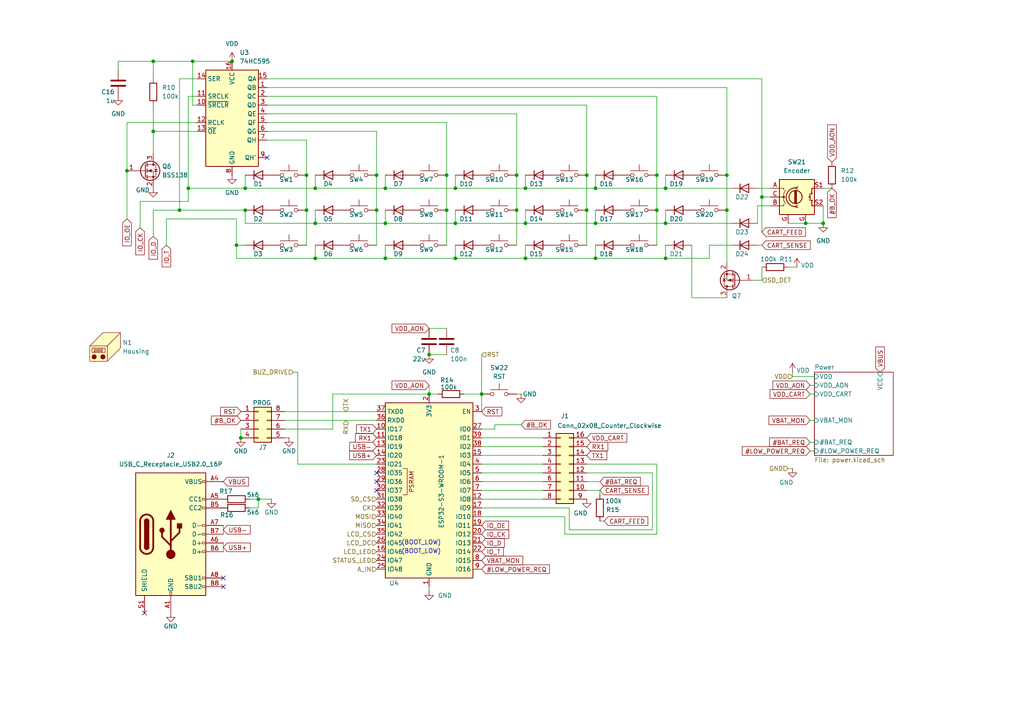
<source format=kicad_sch>
(kicad_sch (version 20231120) (generator "eeschema") (generator_version "8.0")
  (paper "A4")
  (junction (at 170.18 60.96))
  (junction (at 172.72 64.77))
  (junction (at 44.45 38.1))
  (junction (at 172.72 74.93))
  (junction (at 109.22 50.8))
  (junction (at 52.07 60.96))
  (junction (at 124.46 102.87))
  (junction (at 129.54 60.96))
  (junction (at 69.85 127))
  (junction (at 190.5 60.96))
  (junction (at 233.68 64.77))
  (junction (at 91.44 64.77))
  (junction (at 170.18 50.8))
  (junction (at 111.76 54.61))
  (junction (at 88.9 60.96))
  (junction (at 91.44 74.93))
  (junction (at 91.44 54.61))
  (junction (at 190.5 50.8))
  (junction (at 111.76 64.77))
  (junction (at 193.04 64.77))
  (junction (at 36.83 49.53))
  (junction (at 111.76 74.93))
  (junction (at 149.86 50.8))
  (junction (at 54.61 54.61))
  (junction (at 55.88 17.78))
  (junction (at 132.08 54.61))
  (junction (at 149.86 60.96))
  (junction (at 67.31 17.78))
  (junction (at 193.04 74.93))
  (junction (at 44.45 17.78))
  (junction (at 129.54 50.8))
  (junction (at 124.46 114.3))
  (junction (at 152.4 64.77))
  (junction (at 193.04 54.61))
  (junction (at 210.82 50.8))
  (junction (at 172.72 54.61))
  (junction (at 152.4 54.61))
  (junction (at 71.12 60.96))
  (junction (at 220.98 57.15))
  (junction (at 210.82 60.96))
  (junction (at 88.9 50.8))
  (junction (at 238.76 64.77))
  (junction (at 109.22 60.96))
  (junction (at 74.93 144.78))
  (junction (at 139.7 114.3))
  (junction (at 132.08 74.93))
  (junction (at 71.12 54.61))
  (junction (at 152.4 74.93))
  (junction (at 132.08 64.77))
  (junction (at 68.58 71.12))
  (no_connect (at 109.22 139.7))
  (no_connect (at 109.22 142.24))
  (no_connect (at 109.22 137.16))
  (no_connect (at 77.47 45.72))
  (no_connect (at 64.77 167.64))
  (no_connect (at 64.77 170.18))
  (no_connect (at 41.91 177.8))
  (wire (pts (xy 165.1 153.67) (xy 189.23 153.67)))
  (wire (pts (xy 82.55 124.46) (xy 96.52 124.46)))
  (wire (pts (xy 124.46 111.76) (xy 124.46 114.3)))
  (wire (pts (xy 172.72 54.61) (xy 193.04 54.61)))
  (wire (pts (xy 124.46 171.45) (xy 124.46 170.18)))
  (wire (pts (xy 88.9 50.8) (xy 88.9 60.96)))
  (wire (pts (xy 124.46 95.25) (xy 129.54 95.25)))
  (wire (pts (xy 71.12 64.77) (xy 71.12 60.96)))
  (wire (pts (xy 57.15 35.56) (xy 36.83 35.56)))
  (wire (pts (xy 48.26 63.5) (xy 68.58 63.5)))
  (wire (pts (xy 132.08 64.77) (xy 111.76 64.77)))
  (wire (pts (xy 77.47 40.64) (xy 88.9 40.64)))
  (wire (pts (xy 190.5 27.94) (xy 190.5 50.8)))
  (wire (pts (xy 132.08 54.61) (xy 152.4 54.61)))
  (wire (pts (xy 220.98 22.86) (xy 220.98 57.15)))
  (wire (pts (xy 234.95 111.76) (xy 236.22 111.76)))
  (wire (pts (xy 48.26 63.5) (xy 48.26 71.12)))
  (wire (pts (xy 132.08 54.61) (xy 132.08 50.8)))
  (wire (pts (xy 219.71 64.77) (xy 219.71 59.69)))
  (wire (pts (xy 139.7 134.62) (xy 157.48 134.62)))
  (wire (pts (xy 234.95 130.81) (xy 236.22 130.81)))
  (wire (pts (xy 109.22 50.8) (xy 109.22 60.96)))
  (wire (pts (xy 152.4 64.77) (xy 132.08 64.77)))
  (wire (pts (xy 68.58 74.93) (xy 91.44 74.93)))
  (wire (pts (xy 44.45 17.78) (xy 44.45 22.86)))
  (wire (pts (xy 34.29 20.32) (xy 34.29 17.78)))
  (wire (pts (xy 40.64 58.42) (xy 54.61 58.42)))
  (wire (pts (xy 111.76 74.93) (xy 111.76 71.12)))
  (wire (pts (xy 111.76 74.93) (xy 132.08 74.93)))
  (wire (pts (xy 219.71 54.61) (xy 223.52 54.61)))
  (wire (pts (xy 234.95 121.92) (xy 236.22 121.92)))
  (wire (pts (xy 129.54 50.8) (xy 129.54 60.96)))
  (wire (pts (xy 172.72 64.77) (xy 152.4 64.77)))
  (wire (pts (xy 77.47 30.48) (xy 170.18 30.48)))
  (wire (pts (xy 152.4 74.93) (xy 172.72 74.93)))
  (wire (pts (xy 72.39 144.78) (xy 74.93 144.78)))
  (wire (pts (xy 67.31 17.78) (xy 55.88 17.78)))
  (wire (pts (xy 172.72 54.61) (xy 172.72 50.8)))
  (wire (pts (xy 165.1 147.32) (xy 165.1 153.67)))
  (wire (pts (xy 44.45 30.48) (xy 44.45 38.1)))
  (wire (pts (xy 193.04 64.77) (xy 212.09 64.77)))
  (wire (pts (xy 132.08 74.93) (xy 152.4 74.93)))
  (wire (pts (xy 193.04 74.93) (xy 193.04 71.12)))
  (wire (pts (xy 172.72 64.77) (xy 172.72 60.96)))
  (wire (pts (xy 238.76 54.61) (xy 241.3 54.61)))
  (wire (pts (xy 143.51 123.19) (xy 151.13 123.19)))
  (wire (pts (xy 54.61 27.94) (xy 54.61 54.61)))
  (wire (pts (xy 111.76 64.77) (xy 91.44 64.77)))
  (wire (pts (xy 139.7 149.86) (xy 163.83 149.86)))
  (wire (pts (xy 44.45 38.1) (xy 57.15 38.1)))
  (wire (pts (xy 205.74 71.12) (xy 212.09 71.12)))
  (wire (pts (xy 64.77 152.4) (xy 64.77 154.94)))
  (wire (pts (xy 173.99 139.7) (xy 170.18 139.7)))
  (wire (pts (xy 139.7 102.87) (xy 139.7 114.3)))
  (wire (pts (xy 139.7 144.78) (xy 157.48 144.78)))
  (wire (pts (xy 205.74 74.93) (xy 205.74 71.12)))
  (wire (pts (xy 220.98 71.12) (xy 219.71 71.12)))
  (wire (pts (xy 152.4 54.61) (xy 172.72 54.61)))
  (wire (pts (xy 72.39 147.32) (xy 74.93 147.32)))
  (wire (pts (xy 54.61 27.94) (xy 57.15 27.94)))
  (wire (pts (xy 170.18 30.48) (xy 170.18 50.8)))
  (wire (pts (xy 229.87 135.89) (xy 228.6 135.89)))
  (wire (pts (xy 219.71 59.69) (xy 223.52 59.69)))
  (wire (pts (xy 68.58 63.5) (xy 68.58 71.12)))
  (wire (pts (xy 134.62 114.3) (xy 139.7 114.3)))
  (wire (pts (xy 189.23 137.16) (xy 170.18 137.16)))
  (wire (pts (xy 220.98 57.15) (xy 220.98 67.31)))
  (wire (pts (xy 91.44 74.93) (xy 91.44 71.12)))
  (wire (pts (xy 111.76 54.61) (xy 132.08 54.61)))
  (wire (pts (xy 190.5 60.96) (xy 190.5 71.12)))
  (wire (pts (xy 129.54 60.96) (xy 129.54 71.12)))
  (wire (pts (xy 82.55 121.92) (xy 109.22 121.92)))
  (wire (pts (xy 193.04 60.96) (xy 193.04 64.77)))
  (wire (pts (xy 40.64 66.04) (xy 40.64 58.42)))
  (wire (pts (xy 139.7 137.16) (xy 157.48 137.16)))
  (wire (pts (xy 111.76 54.61) (xy 111.76 50.8)))
  (wire (pts (xy 139.7 129.54) (xy 157.48 129.54)))
  (wire (pts (xy 124.46 102.87) (xy 129.54 102.87)))
  (wire (pts (xy 36.83 35.56) (xy 36.83 49.53)))
  (wire (pts (xy 170.18 142.24) (xy 173.99 142.24)))
  (wire (pts (xy 74.93 144.78) (xy 74.93 147.32)))
  (wire (pts (xy 91.44 54.61) (xy 91.44 50.8)))
  (wire (pts (xy 173.99 142.24) (xy 173.99 143.51)))
  (wire (pts (xy 55.88 17.78) (xy 44.45 17.78)))
  (wire (pts (xy 139.7 139.7) (xy 157.48 139.7)))
  (wire (pts (xy 193.04 74.93) (xy 205.74 74.93)))
  (wire (pts (xy 152.4 74.93) (xy 152.4 71.12)))
  (wire (pts (xy 64.77 157.48) (xy 64.77 160.02)))
  (wire (pts (xy 223.52 57.15) (xy 220.98 57.15)))
  (wire (pts (xy 210.82 60.96) (xy 210.82 76.2)))
  (wire (pts (xy 36.83 63.5) (xy 36.83 49.53)))
  (wire (pts (xy 143.51 124.46) (xy 139.7 124.46)))
  (wire (pts (xy 82.55 119.38) (xy 109.22 119.38)))
  (wire (pts (xy 220.98 22.86) (xy 77.47 22.86)))
  (wire (pts (xy 55.88 30.48) (xy 55.88 17.78)))
  (wire (pts (xy 86.36 134.62) (xy 86.36 107.95)))
  (wire (pts (xy 91.44 64.77) (xy 71.12 64.77)))
  (wire (pts (xy 44.45 68.58) (xy 44.45 60.96)))
  (wire (pts (xy 170.18 50.8) (xy 170.18 60.96)))
  (wire (pts (xy 229.87 109.22) (xy 229.87 107.95)))
  (wire (pts (xy 238.76 59.69) (xy 238.76 64.77)))
  (wire (pts (xy 109.22 134.62) (xy 86.36 134.62)))
  (wire (pts (xy 172.72 74.93) (xy 193.04 74.93)))
  (wire (pts (xy 34.29 17.78) (xy 44.45 17.78)))
  (wire (pts (xy 77.47 38.1) (xy 109.22 38.1)))
  (wire (pts (xy 175.26 151.13) (xy 173.99 151.13)))
  (wire (pts (xy 139.7 147.32) (xy 165.1 147.32)))
  (wire (pts (xy 77.47 27.94) (xy 190.5 27.94)))
  (wire (pts (xy 57.15 30.48) (xy 55.88 30.48)))
  (wire (pts (xy 124.46 114.3) (xy 127 114.3)))
  (wire (pts (xy 96.52 114.3) (xy 124.46 114.3)))
  (wire (pts (xy 85.09 107.95) (xy 86.36 107.95)))
  (wire (pts (xy 193.04 54.61) (xy 193.04 50.8)))
  (wire (pts (xy 74.93 144.78) (xy 78.74 144.78)))
  (wire (pts (xy 210.82 25.4) (xy 210.82 50.8)))
  (wire (pts (xy 88.9 60.96) (xy 88.9 71.12)))
  (wire (pts (xy 77.47 35.56) (xy 129.54 35.56)))
  (wire (pts (xy 77.47 25.4) (xy 210.82 25.4)))
  (wire (pts (xy 210.82 50.8) (xy 210.82 60.96)))
  (wire (pts (xy 163.83 154.94) (xy 190.5 154.94)))
  (wire (pts (xy 151.13 114.3) (xy 149.86 114.3)))
  (wire (pts (xy 236.22 109.22) (xy 229.87 109.22)))
  (wire (pts (xy 228.6 64.77) (xy 233.68 64.77)))
  (wire (pts (xy 139.7 119.38) (xy 139.7 114.3)))
  (wire (pts (xy 143.51 123.19) (xy 143.51 124.46)))
  (wire (pts (xy 189.23 153.67) (xy 189.23 137.16)))
  (wire (pts (xy 233.68 64.77) (xy 238.76 64.77)))
  (wire (pts (xy 218.44 81.28) (xy 220.98 81.28)))
  (wire (pts (xy 193.04 54.61) (xy 212.09 54.61)))
  (wire (pts (xy 170.18 60.96) (xy 170.18 71.12)))
  (wire (pts (xy 52.07 22.86) (xy 57.15 22.86)))
  (wire (pts (xy 44.45 60.96) (xy 52.07 60.96)))
  (wire (pts (xy 71.12 54.61) (xy 91.44 54.61)))
  (wire (pts (xy 139.7 127) (xy 157.48 127)))
  (wire (pts (xy 68.58 71.12) (xy 71.12 71.12)))
  (wire (pts (xy 91.44 64.77) (xy 91.44 60.96)))
  (wire (pts (xy 163.83 149.86) (xy 163.83 154.94)))
  (wire (pts (xy 132.08 64.77) (xy 132.08 60.96)))
  (wire (pts (xy 96.52 124.46) (xy 96.52 114.3)))
  (wire (pts (xy 139.7 132.08) (xy 157.48 132.08)))
  (wire (pts (xy 152.4 54.61) (xy 152.4 50.8)))
  (wire (pts (xy 190.5 154.94) (xy 190.5 134.62)))
  (wire (pts (xy 234.95 128.27) (xy 236.22 128.27)))
  (wire (pts (xy 172.72 71.12) (xy 172.72 74.93)))
  (wire (pts (xy 190.5 50.8) (xy 190.5 60.96)))
  (wire (pts (xy 234.95 114.3) (xy 236.22 114.3)))
  (wire (pts (xy 193.04 64.77) (xy 172.72 64.77)))
  (wire (pts (xy 149.86 50.8) (xy 149.86 60.96)))
  (wire (pts (xy 54.61 54.61) (xy 71.12 54.61)))
  (wire (pts (xy 83.82 127) (xy 82.55 127)))
  (wire (pts (xy 200.66 71.12) (xy 200.66 86.36)))
  (wire (pts (xy 68.58 71.12) (xy 68.58 74.93)))
  (wire (pts (xy 52.07 60.96) (xy 71.12 60.96)))
  (wire (pts (xy 132.08 74.93) (xy 132.08 71.12)))
  (wire (pts (xy 77.47 33.02) (xy 149.86 33.02)))
  (wire (pts (xy 69.85 124.46) (xy 69.85 127)))
  (wire (pts (xy 152.4 64.77) (xy 152.4 60.96)))
  (wire (pts (xy 220.98 77.47) (xy 220.98 81.28)))
  (wire (pts (xy 109.22 60.96) (xy 109.22 71.12)))
  (wire (pts (xy 54.61 58.42) (xy 54.61 54.61)))
  (wire (pts (xy 139.7 142.24) (xy 157.48 142.24)))
  (wire (pts (xy 190.5 134.62) (xy 170.18 134.62)))
  (wire (pts (xy 111.76 64.77) (xy 111.76 60.96)))
  (wire (pts (xy 129.54 35.56) (xy 129.54 50.8)))
  (wire (pts (xy 88.9 40.64) (xy 88.9 50.8)))
  (wire (pts (xy 71.12 50.8) (xy 71.12 54.61)))
  (wire (pts (xy 149.86 60.96) (xy 149.86 71.12)))
  (wire (pts (xy 109.22 38.1) (xy 109.22 50.8)))
  (wire (pts (xy 231.14 77.47) (xy 228.6 77.47)))
  (wire (pts (xy 91.44 74.93) (xy 111.76 74.93)))
  (wire (pts (xy 149.86 33.02) (xy 149.86 50.8)))
  (wire (pts (xy 44.45 38.1) (xy 44.45 44.45)))
  (wire (pts (xy 91.44 54.61) (xy 111.76 54.61)))
  (wire (pts (xy 210.82 86.36) (xy 200.66 86.36)))
  (wire (pts (xy 52.07 60.96) (xy 52.07 22.86)))
  (text "(BOOT_LOW)" (at 122.174 160.02 0) (effects (font (size 1.27 1.27))))
  (text "(BOOT_LOW)" (at 122.174 157.48 0) (effects (font (size 1.27 1.27))))
  (global_label "VBAT_MON" (shape input) (at 139.7 162.56 0) (property "Intersheetrefs" "${INTERSHEET_REFS}" (effects (hide yes))))
  (global_label "VDD_AON" (shape input) (at 241.3 46.99 90) (property "Intersheetrefs" "${INTERSHEET_REFS}" (effects (hide yes))))
  (global_label "CART_FEED" (shape input) (at 175.26 151.13 0) (property "Intersheetrefs" "${INTERSHEET_REFS}" (effects (hide yes))))
  (global_label "VBUS" (shape input) (at 255.27 107.95 90) (property "Intersheetrefs" "${INTERSHEET_REFS}" (effects (hide yes))))
  (global_label "USB+" (shape input) (at 109.22 132.08 180) (property "Intersheetrefs" "${INTERSHEET_REFS}" (effects (hide yes))))
  (global_label "RST" (shape input) (at 139.7 119.38 0) (property "Intersheetrefs" "${INTERSHEET_REFS}" (effects (hide yes))))
  (global_label "#B_OK" (shape input) (at 241.3 54.61 270) (property "Intersheetrefs" "${INTERSHEET_REFS}" (effects (hide yes))))
  (global_label "#B_OK" (shape input) (at 151.13 123.19 0) (property "Intersheetrefs" "${INTERSHEET_REFS}" (effects (hide yes))))
  (global_label "USB-" (shape input) (at 109.22 129.54 180) (property "Intersheetrefs" "${INTERSHEET_REFS}" (effects (hide yes))))
  (global_label "IO_D" (shape input) (at 44.45 68.58 270) (property "Intersheetrefs" "${INTERSHEET_REFS}" (effects (hide yes))))
  (global_label "#B_OK" (shape input) (at 69.85 121.92 180) (property "Intersheetrefs" "${INTERSHEET_REFS}" (effects (hide yes))))
  (global_label "TX1" (shape input) (at 170.18 132.08 0) (property "Intersheetrefs" "${INTERSHEET_REFS}" (effects (hide yes))))
  (global_label "RX1" (shape input) (at 170.18 129.54 0) (property "Intersheetrefs" "${INTERSHEET_REFS}" (effects (hide yes))))
  (global_label "TX1" (shape input) (at 109.22 124.46 180) (property "Intersheetrefs" "${INTERSHEET_REFS}" (effects (hide yes))))
  (global_label "#LOW_POWER_REQ" (shape input) (at 234.95 130.81 180) (property "Intersheetrefs" "${INTERSHEET_REFS}" (effects (hide yes))))
  (global_label "VBUS" (shape input) (at 64.77 139.7 0) (property "Intersheetrefs" "${INTERSHEET_REFS}" (effects (hide yes))))
  (global_label "IO_OE" (shape input) (at 36.83 63.5 270) (property "Intersheetrefs" "${INTERSHEET_REFS}" (effects (hide yes))))
  (global_label "CART_FEED" (shape input) (at 220.98 67.31 0) (property "Intersheetrefs" "${INTERSHEET_REFS}" (effects (hide yes))))
  (global_label "VDD_AON" (shape input) (at 124.46 111.76 180) (property "Intersheetrefs" "${INTERSHEET_REFS}" (effects (hide yes))))
  (global_label "#BAT_REQ" (shape input) (at 234.95 128.27 180) (property "Intersheetrefs" "${INTERSHEET_REFS}" (effects (hide yes))))
  (global_label "VDD_CART" (shape input) (at 234.95 114.3 180) (property "Intersheetrefs" "${INTERSHEET_REFS}" (effects (hide yes))))
  (global_label "VDD_AON" (shape input) (at 234.95 111.76 180) (property "Intersheetrefs" "${INTERSHEET_REFS}" (effects (hide yes))))
  (global_label "VDD_AON" (shape input) (at 124.46 95.25 180) (property "Intersheetrefs" "${INTERSHEET_REFS}" (effects (hide yes))))
  (global_label "IO_CK" (shape input) (at 139.7 154.94 0) (property "Intersheetrefs" "${INTERSHEET_REFS}" (effects (hide yes))))
  (global_label "IO_CK" (shape input) (at 40.64 66.04 270) (property "Intersheetrefs" "${INTERSHEET_REFS}" (effects (hide yes))))
  (global_label "USB-" (shape input) (at 64.77 153.67 0) (property "Intersheetrefs" "${INTERSHEET_REFS}" (effects (hide yes))))
  (global_label "IO_T" (shape input) (at 139.7 160.02 0) (property "Intersheetrefs" "${INTERSHEET_REFS}" (effects (hide yes))))
  (global_label "IO_OE" (shape input) (at 139.7 152.4 0) (property "Intersheetrefs" "${INTERSHEET_REFS}" (effects (hide yes))))
  (global_label "IO_D" (shape input) (at 139.7 157.48 0) (property "Intersheetrefs" "${INTERSHEET_REFS}" (effects (hide yes))))
  (global_label "RX1" (shape input) (at 109.22 127 180) (property "Intersheetrefs" "${INTERSHEET_REFS}" (effects (hide yes))))
  (global_label "RST" (shape input) (at 69.85 119.38 180) (property "Intersheetrefs" "${INTERSHEET_REFS}" (effects (hide yes))))
  (global_label "CART_SENSE" (shape input) (at 173.99 142.24 0) (property "Intersheetrefs" "${INTERSHEET_REFS}" (effects (hide yes))))
  (global_label "CART_SENSE" (shape input) (at 220.98 71.12 0) (property "Intersheetrefs" "${INTERSHEET_REFS}" (effects (hide yes))))
  (global_label "VDD_CART" (shape input) (at 170.18 127 0) (property "Intersheetrefs" "${INTERSHEET_REFS}" (effects (hide yes))))
  (global_label "USB+" (shape input) (at 64.77 158.75 0) (property "Intersheetrefs" "${INTERSHEET_REFS}" (effects (hide yes))))
  (global_label "#BAT_REQ" (shape input) (at 173.99 139.7 0) (property "Intersheetrefs" "${INTERSHEET_REFS}" (effects (hide yes))))
  (global_label "VBAT_MON" (shape input) (at 234.95 121.92 180) (property "Intersheetrefs" "${INTERSHEET_REFS}" (effects (hide yes))))
  (global_label "IO_T" (shape input) (at 48.26 71.12 270) (property "Intersheetrefs" "${INTERSHEET_REFS}" (effects (hide yes))))
  (global_label "#LOW_POWER_REQ" (shape input) (at 139.7 165.1 0) (property "Intersheetrefs" "${INTERSHEET_REFS}" (effects (hide yes))))
  (hierarchical_label "RX" (shape input) (at 100.33 121.92 270))
  (hierarchical_label "SD_CS" (shape input) (at 109.22 144.78 180))
  (hierarchical_label "MISO" (shape input) (at 109.22 152.4 180))
  (hierarchical_label "TX" (shape input) (at 100.33 119.38 90))
  (hierarchical_label "CK" (shape input) (at 109.22 147.32 180))
  (hierarchical_label "RST" (shape input) (at 139.7 102.87 0))
  (hierarchical_label "VDD" (shape input) (at 229.87 109.22 180))
  (hierarchical_label "SD_DET" (shape input) (at 220.98 81.28 0))
  (hierarchical_label "LCD_DC" (shape input) (at 109.22 157.48 180))
  (hierarchical_label "LCD_CS" (shape input) (at 109.22 154.94 180))
  (hierarchical_label "GND" (shape input) (at 228.6 135.89 180))
  (hierarchical_label "STATUS_LED" (shape input) (at 109.22 162.56 180))
  (hierarchical_label "MOSI" (shape input) (at 109.22 149.86 180))
  (hierarchical_label "A_IN" (shape input) (at 109.22 165.1 180))
  (hierarchical_label "BUZ_DRIVE" (shape input) (at 85.09 107.95 180))
  (hierarchical_label "LCD_LED" (shape input) (at 109.22 160.02 180))
  (symbol (lib_id "Mechanical:Housing") (at 31.75 100.33 0) (unit 1) (exclude_from_sim yes)
    (property "Reference" "N1" (at 35.56 99.3774 0) (effects (justify left)))
    (property "Value" "Housing" (at 35.56 101.9174 0) (effects (justify left)))
    (property "Footprint" "Symbol:OSHW-Symbol_6.7x6mm_SilkScreen" (effects (hide yes)))
    (property "Description" "Housing" (effects (hide yes)))
  )
  (symbol (lib_id "Device:D") (at 115.57 50.8 0) (unit 1)
    (property "Reference" "D7" (at 116.84 53.34 0) (effects (justify right)))
    (property "Value" "D" (effects (hide yes)))
    (property "Footprint" "Diode_SMD:D_0805_2012Metric_Pad1.15x1.40mm_HandSolder" (effects (hide yes)))
    (property "Description" "Diode" (effects (hide yes)))
    (property "Sim.Device" "D" (effects (hide yes)))
    (property "Sim.Pins" "1=K 2=A" (effects (hide yes)))
  )
  (symbol (lib_id "Device:R") (at 44.45 26.67 0) (unit 1)
    (property "Reference" "R10" (at 46.99 25.3999 0) (effects (justify left)))
    (property "Value" "100k" (at 46.99 27.9399 0) (effects (justify left)))
    (property "Footprint" "Resistor_SMD:R_0805_2012Metric_Pad1.20x1.40mm_HandSolder" (effects (hide yes)))
    (property "Description" "Resistor" (effects (hide yes)))
  )
  (symbol (lib_id "Device:D") (at 115.57 60.96 0) (unit 1)
    (property "Reference" "D8" (at 116.84 63.5 0) (effects (justify right)))
    (property "Value" "D" (effects (hide yes)))
    (property "Footprint" "Diode_SMD:D_0805_2012Metric_Pad1.15x1.40mm_HandSolder" (effects (hide yes)))
    (property "Description" "Diode" (effects (hide yes)))
    (property "Sim.Device" "D" (effects (hide yes)))
    (property "Sim.Pins" "1=K 2=A" (effects (hide yes)))
  )
  (symbol (lib_id "74xx:74HC595") (at 67.31 33.02 0) (unit 1)
    (property "Reference" "U3" (at 69.5041 15.24 0) (effects (justify left)))
    (property "Value" "74HC595" (at 69.5041 17.78 0) (effects (justify left)))
    (property "Footprint" "Package_SO:SOIC-16_3.9x9.9mm_P1.27mm" (effects (hide yes)))
    (property "Datasheet" "http://www.ti.com/lit/ds/symlink/sn74hc595.pdf" (effects (hide yes)))
    (property "Description" "8-bit serial in/out Shift Register 3-State Outputs" (effects (hide yes)))
  )
  (symbol (lib_id "Switch:SW_Push") (at 83.82 50.8 0) (unit 1)
    (property "Reference" "SW1" (at 85.09 52.07 0) (effects (justify right)))
    (property "Value" "SW_Push" (effects (hide yes)))
    (property "Footprint" "footprints:Combo_MechanicalSwitch" (effects (hide yes)))
    (property "Description" "Push button switch, generic, two pins" (effects (hide yes)))
  )
  (symbol (lib_id "Device:R") (at 68.58 144.78 90) (unit 1)
    (property "Reference" "R17" (at 65.532 142.494 90))
    (property "Value" "5k6" (at 73.406 143.51 90))
    (property "Footprint" "Resistor_SMD:R_0805_2012Metric_Pad1.20x1.40mm_HandSolder" (effects (hide yes)))
    (property "Description" "Resistor" (effects (hide yes)))
  )
  (symbol (lib_id "power:GND") (at 170.18 144.78 0) (unit 1)
    (property "Reference" "#PWR015" (effects (hide yes)))
    (property "Value" "GND" (at 170.434 148.844 0) (effects (justify right)))
    (property "Description" "Power symbol creates a global label with name \"GND\" , ground" (effects (hide yes)))
  )
  (symbol (lib_id "power:VDD") (at 229.87 107.95 0) (unit 1)
    (property "Reference" "#PWR016" (effects (hide yes)))
    (property "Value" "VDD" (at 232.918 107.442 0))
    (property "Description" "Power symbol creates a global label with name \"VDD\"" (effects (hide yes)))
  )
  (symbol (lib_id "Device:C") (at 129.54 99.06 0) (unit 1)
    (property "Reference" "C8" (at 130.556 101.6 0) (effects (justify left)))
    (property "Value" "100n" (at 130.556 104.14 0) (effects (justify left)))
    (property "Footprint" "Resistor_SMD:R_0805_2012Metric_Pad1.20x1.40mm_HandSolder" (effects (hide yes)))
    (property "Description" "Unpolarized capacitor" (effects (hide yes)))
  )
  (symbol (lib_id "Switch:SW_Push") (at 144.78 114.3 0) (unit 1)
    (property "Reference" "SW22" (at 144.78 106.68 0))
    (property "Value" "RST" (at 144.78 109.22 0))
    (property "Footprint" "Button_Switch_SMD:SW_SPST_PTS647_Sx38" (effects (hide yes)))
    (property "Description" "Push button switch, generic, two pins" (effects (hide yes)))
  )
  (symbol (lib_id "Device:R") (at 241.3 50.8 0) (unit 1)
    (property "Reference" "R12" (at 243.84 49.5299 0) (effects (justify left)))
    (property "Value" "100k" (at 243.84 52.0699 0) (effects (justify left)))
    (property "Footprint" "Resistor_SMD:R_0805_2012Metric_Pad1.20x1.40mm_HandSolder" (effects (hide yes)))
    (property "Description" "Resistor" (effects (hide yes)))
  )
  (symbol (lib_id "power:GND") (at 49.53 177.8 0) (unit 1)
    (property "Reference" "#PWR02" (effects (hide yes)))
    (property "Value" "GND" (at 49.53 181.61 0))
    (property "Description" "Power symbol creates a global label with name \"GND\" , ground" (effects (hide yes)))
  )
  (symbol (lib_id "Device:D") (at 135.89 60.96 0) (unit 1)
    (property "Reference" "D11" (at 137.16 63.5 0) (effects (justify right)))
    (property "Value" "D" (effects (hide yes)))
    (property "Footprint" "Diode_SMD:D_0805_2012Metric_Pad1.15x1.40mm_HandSolder" (effects (hide yes)))
    (property "Description" "Diode" (effects (hide yes)))
    (property "Sim.Device" "D" (effects (hide yes)))
    (property "Sim.Pins" "1=K 2=A" (effects (hide yes)))
  )
  (symbol (lib_id "Device:D") (at 95.25 50.8 0) (unit 1)
    (property "Reference" "D4" (at 96.52 53.34 0) (effects (justify right)))
    (property "Value" "D" (effects (hide yes)))
    (property "Footprint" "Diode_SMD:D_0805_2012Metric_Pad1.15x1.40mm_HandSolder" (effects (hide yes)))
    (property "Description" "Diode" (effects (hide yes)))
    (property "Sim.Device" "D" (effects (hide yes)))
    (property "Sim.Pins" "1=K 2=A" (effects (hide yes)))
  )
  (symbol (lib_id "Switch:SW_Push") (at 165.1 60.96 0) (unit 1)
    (property "Reference" "SW14" (at 166.37 62.23 0) (effects (justify right)))
    (property "Value" "SW_Push" (effects (hide yes)))
    (property "Footprint" "footprints:Combo_MechanicalSwitch" (effects (hide yes)))
    (property "Description" "Push button switch, generic, two pins" (effects (hide yes)))
  )
  (symbol (lib_id "Switch:SW_Push") (at 165.1 50.8 0) (unit 1)
    (property "Reference" "SW13" (at 166.37 52.07 0) (effects (justify right)))
    (property "Value" "SW_Push" (effects (hide yes)))
    (property "Footprint" "footprints:Combo_MechanicalSwitch" (effects (hide yes)))
    (property "Description" "Push button switch, generic, two pins" (effects (hide yes)))
  )
  (symbol (lib_id "Transistor_FET:AO3401A") (at 213.36 81.28 180) (unit 1)
    (property "Reference" "Q7" (at 213.614 85.852 0))
    (property "Value" "AO3401A" (effects (hide yes)))
    (property "Footprint" "Package_TO_SOT_SMD:SOT-23" (effects (hide yes)))
    (property "Datasheet" "http://www.aosmd.com/pdfs/datasheet/AO3401A.pdf" (effects (hide yes)))
    (property "Description" "-4.0A Id, -30V Vds, P-Channel MOSFET, SOT-23" (effects (hide yes)))
  )
  (symbol (lib_id "Device:D") (at 156.21 50.8 0) (unit 1)
    (property "Reference" "D13" (at 157.48 53.34 0) (effects (justify right)))
    (property "Value" "D" (effects (hide yes)))
    (property "Footprint" "Diode_SMD:D_0805_2012Metric_Pad1.15x1.40mm_HandSolder" (effects (hide yes)))
    (property "Description" "Diode" (effects (hide yes)))
    (property "Sim.Device" "D" (effects (hide yes)))
    (property "Sim.Pins" "1=K 2=A" (effects (hide yes)))
  )
  (symbol (lib_id "Switch:SW_Push") (at 104.14 71.12 0) (unit 1)
    (property "Reference" "SW6" (at 105.41 72.39 0) (effects (justify right)))
    (property "Value" "SW_Push" (effects (hide yes)))
    (property "Footprint" "footprints:Combo_MechanicalSwitch" (effects (hide yes)))
    (property "Description" "Push button switch, generic, two pins" (effects (hide yes)))
  )
  (symbol (lib_id "Switch:SW_Push") (at 205.74 50.8 0) (unit 1)
    (property "Reference" "SW19" (at 207.01 52.07 0) (effects (justify right)))
    (property "Value" "SW_Push" (effects (hide yes)))
    (property "Footprint" "footprints:Combo_MechanicalSwitch" (effects (hide yes)))
    (property "Description" "Push button switch, generic, two pins" (effects (hide yes)))
  )
  (symbol (lib_id "Device:C") (at 124.46 99.06 0) (mirror y) (unit 1)
    (property "Reference" "C7" (at 123.444 101.6 0) (effects (justify left)))
    (property "Value" "22u" (at 123.444 104.14 0) (effects (justify left)))
    (property "Footprint" "Resistor_SMD:R_1210_3225Metric_Pad1.30x2.65mm_HandSolder" (effects (hide yes)))
    (property "Description" "Unpolarized capacitor" (effects (hide yes)))
  )
  (symbol (lib_id "Device:D") (at 196.85 60.96 0) (unit 1)
    (property "Reference" "D20" (at 198.12 63.5 0) (effects (justify right)))
    (property "Value" "D" (effects (hide yes)))
    (property "Footprint" "Diode_SMD:D_0805_2012Metric_Pad1.15x1.40mm_HandSolder" (effects (hide yes)))
    (property "Description" "Diode" (effects (hide yes)))
    (property "Sim.Device" "D" (effects (hide yes)))
    (property "Sim.Pins" "1=K 2=A" (effects (hide yes)))
  )
  (symbol (lib_id "Device:D") (at 156.21 60.96 0) (unit 1)
    (property "Reference" "D14" (at 157.48 63.5 0) (effects (justify right)))
    (property "Value" "D" (effects (hide yes)))
    (property "Footprint" "Diode_SMD:D_0805_2012Metric_Pad1.15x1.40mm_HandSolder" (effects (hide yes)))
    (property "Description" "Diode" (effects (hide yes)))
    (property "Sim.Device" "D" (effects (hide yes)))
    (property "Sim.Pins" "1=K 2=A" (effects (hide yes)))
  )
  (symbol (lib_id "Device:D") (at 215.9 54.61 0) (unit 1)
    (property "Reference" "D22" (at 217.17 57.15 0) (effects (justify right)))
    (property "Value" "D" (effects (hide yes)))
    (property "Footprint" "Diode_SMD:D_0805_2012Metric_Pad1.15x1.40mm_HandSolder" (effects (hide yes)))
    (property "Description" "Diode" (effects (hide yes)))
    (property "Sim.Device" "D" (effects (hide yes)))
    (property "Sim.Pins" "1=K 2=A" (effects (hide yes)))
  )
  (symbol (lib_id "power:GND") (at 151.13 114.3 0) (mirror y) (unit 1)
    (property "Reference" "#PWR06" (effects (hide yes)))
    (property "Value" "GND" (at 153.67 114.3 0))
    (property "Description" "Power symbol creates a global label with name \"GND\" , ground" (effects (hide yes)))
  )
  (symbol (lib_id "Device:RotaryEncoder_Switch") (at 231.14 57.15 0) (unit 1)
    (property "Reference" "SW21" (at 231.14 46.99 0))
    (property "Value" "Encoder" (at 231.14 49.53 0))
    (property "Footprint" "footprints:RotaryEncoder_Alps_EC11E-Switch_Vertical_H20mm" (effects (hide yes)))
    (property "Description" "Rotary encoder, dual channel, incremental quadrate outputs, with switch" (effects (hide yes)))
  )
  (symbol (lib_id "Device:R") (at 173.99 147.32 180) (unit 1)
    (property "Reference" "R15" (at 175.768 147.828 0) (effects (justify right)))
    (property "Value" "100k" (at 175.514 145.288 0) (effects (justify right)))
    (property "Footprint" "Resistor_SMD:R_0805_2012Metric_Pad1.20x1.40mm_HandSolder" (effects (hide yes)))
    (property "Description" "Resistor" (effects (hide yes)))
  )
  (symbol (lib_id "Device:D") (at 156.21 71.12 0) (unit 1)
    (property "Reference" "D15" (at 157.48 73.66 0) (effects (justify right)))
    (property "Value" "D" (effects (hide yes)))
    (property "Footprint" "Diode_SMD:D_0805_2012Metric_Pad1.15x1.40mm_HandSolder" (effects (hide yes)))
    (property "Description" "Diode" (effects (hide yes)))
    (property "Sim.Device" "D" (effects (hide yes)))
    (property "Sim.Pins" "1=K 2=A" (effects (hide yes)))
  )
  (symbol (lib_id "Device:D") (at 95.25 60.96 0) (unit 1)
    (property "Reference" "D5" (at 96.52 63.5 0) (effects (justify right)))
    (property "Value" "D" (effects (hide yes)))
    (property "Footprint" "Diode_SMD:D_0805_2012Metric_Pad1.15x1.40mm_HandSolder" (effects (hide yes)))
    (property "Description" "Diode" (effects (hide yes)))
    (property "Sim.Device" "D" (effects (hide yes)))
    (property "Sim.Pins" "1=K 2=A" (effects (hide yes)))
  )
  (symbol (lib_id "Device:D") (at 74.93 60.96 0) (unit 1)
    (property "Reference" "D2" (at 76.2 63.5 0) (effects (justify right)))
    (property "Value" "D" (effects (hide yes)))
    (property "Footprint" "Diode_SMD:D_0805_2012Metric_Pad1.15x1.40mm_HandSolder" (effects (hide yes)))
    (property "Description" "Diode" (effects (hide yes)))
    (property "Sim.Device" "D" (effects (hide yes)))
    (property "Sim.Pins" "1=K 2=A" (effects (hide yes)))
  )
  (symbol (lib_id "power:GND") (at 69.85 127 0) (mirror y) (unit 1)
    (property "Reference" "#PWR08" (effects (hide yes)))
    (property "Value" "GND" (at 69.85 130.81 0))
    (property "Description" "Power symbol creates a global label with name \"GND\" , ground" (effects (hide yes)))
  )
  (symbol (lib_id "Connector:USB_C_Receptacle_USB2.0_16P") (at 49.53 154.94 0) (unit 1)
    (property "Reference" "J2" (at 49.53 132.08 0))
    (property "Value" "USB_C_Receptacle_USB2.0_16P" (at 49.53 134.62 0))
    (property "Footprint" "Connector_USB:USB_C_Receptacle_GCT_USB4105-xx-A_16P_TopMnt_Horizontal" (effects (hide yes)))
    (property "Datasheet" "https://www.usb.org/sites/default/files/documents/usb_type-c.zip" (effects (hide yes)))
    (property "Description" "USB 2.0-only 16P Type-C Receptacle connector" (effects (hide yes)))
  )
  (symbol (lib_id "power:GND") (at 34.29 27.94 0) (unit 1)
    (property "Reference" "#PWR035" (effects (hide yes)))
    (property "Value" "GND" (at 34.29 33.02 0))
    (property "Description" "Power symbol creates a global label with name \"GND\" , ground" (effects (hide yes)))
  )
  (symbol (lib_id "Device:D") (at 176.53 50.8 0) (unit 1)
    (property "Reference" "D16" (at 177.8 53.34 0) (effects (justify right)))
    (property "Value" "D" (effects (hide yes)))
    (property "Footprint" "Diode_SMD:D_0805_2012Metric_Pad1.15x1.40mm_HandSolder" (effects (hide yes)))
    (property "Description" "Diode" (effects (hide yes)))
    (property "Sim.Device" "D" (effects (hide yes)))
    (property "Sim.Pins" "1=K 2=A" (effects (hide yes)))
  )
  (symbol (lib_id "Connector_Generic:Conn_02x04_Counter_Clockwise") (at 74.93 121.92 0) (unit 1)
    (property "Reference" "J7" (at 76.2 129.794 0))
    (property "Value" "PROG" (at 75.946 116.84 0))
    (property "Footprint" "Connector_PinHeader_1.27mm:PinHeader_2x04_P1.27mm_Vertical_SMD" (effects (hide yes)))
    (property "Description" "Generic connector, double row, 02x04, counter clockwise pin numbering scheme (similar to DIP package numbering), script generated (kicad-library-utils/schlib/autogen/connector/)" (effects (hide yes)))
  )
  (symbol (lib_id "Device:C") (at 34.29 24.13 0) (mirror y) (unit 1)
    (property "Reference" "C16" (at 33.274 26.67 0) (effects (justify left)))
    (property "Value" "1u" (at 33.274 29.21 0) (effects (justify left)))
    (property "Footprint" "Resistor_SMD:R_0805_2012Metric" (effects (hide yes)))
    (property "Description" "Unpolarized capacitor" (effects (hide yes)))
  )
  (symbol (lib_id "Switch:SW_Push") (at 124.46 71.12 0) (unit 1)
    (property "Reference" "SW9" (at 125.73 72.39 0) (effects (justify right)))
    (property "Value" "SW_Push" (effects (hide yes)))
    (property "Footprint" "footprints:Combo_MechanicalSwitch" (effects (hide yes)))
    (property "Description" "Push button switch, generic, two pins" (effects (hide yes)))
  )
  (symbol (lib_id "power:GND") (at 44.45 54.61 0) (unit 1)
    (property "Reference" "#PWR07" (effects (hide yes)))
    (property "Value" "GND" (at 41.402 55.118 0))
    (property "Description" "Power symbol creates a global label with name \"GND\" , ground" (effects (hide yes)))
  )
  (symbol (lib_id "Device:D") (at 176.53 71.12 0) (unit 1)
    (property "Reference" "D18" (at 177.8 73.66 0) (effects (justify right)))
    (property "Value" "D" (effects (hide yes)))
    (property "Footprint" "Diode_SMD:D_0805_2012Metric_Pad1.15x1.40mm_HandSolder" (effects (hide yes)))
    (property "Description" "Diode" (effects (hide yes)))
    (property "Sim.Device" "D" (effects (hide yes)))
    (property "Sim.Pins" "1=K 2=A" (effects (hide yes)))
  )
  (symbol (lib_id "power:GND") (at 229.87 135.89 0) (unit 1)
    (property "Reference" "#PWR034" (effects (hide yes)))
    (property "Value" "GND" (at 230.124 139.954 0) (effects (justify right)))
    (property "Description" "Power symbol creates a global label with name \"GND\" , ground" (effects (hide yes)))
  )
  (symbol (lib_id "Device:D") (at 196.85 71.12 0) (unit 1)
    (property "Reference" "D21" (at 198.12 73.66 0) (effects (justify right)))
    (property "Value" "D" (effects (hide yes)))
    (property "Footprint" "Diode_SMD:D_0805_2012Metric_Pad1.15x1.40mm_HandSolder" (effects (hide yes)))
    (property "Description" "Diode" (effects (hide yes)))
    (property "Sim.Device" "D" (effects (hide yes)))
    (property "Sim.Pins" "1=K 2=A" (effects (hide yes)))
  )
  (symbol (lib_id "Switch:SW_Push") (at 185.42 50.8 0) (unit 1)
    (property "Reference" "SW16" (at 186.69 52.07 0) (effects (justify right)))
    (property "Value" "SW_Push" (effects (hide yes)))
    (property "Footprint" "footprints:Combo_MechanicalSwitch" (effects (hide yes)))
    (property "Description" "Push button switch, generic, two pins" (effects (hide yes)))
  )
  (symbol (lib_id "power:VDD") (at 231.14 77.47 0) (unit 1)
    (property "Reference" "#PWR013" (effects (hide yes)))
    (property "Value" "VDD" (at 234.188 76.962 0))
    (property "Description" "Power symbol creates a global label with name \"VDD\"" (effects (hide yes)))
  )
  (symbol (lib_id "power:GND") (at 124.46 102.87 0) (unit 1)
    (property "Reference" "#PWR017" (effects (hide yes)))
    (property "Value" "GND" (at 124.46 107.95 0))
    (property "Description" "Power symbol creates a global label with name \"GND\" , ground" (effects (hide yes)))
  )
  (symbol (lib_id "Device:D") (at 74.93 71.12 0) (unit 1)
    (property "Reference" "D3" (at 76.2 73.66 0) (effects (justify right)))
    (property "Value" "D" (effects (hide yes)))
    (property "Footprint" "Diode_SMD:D_0805_2012Metric_Pad1.15x1.40mm_HandSolder" (effects (hide yes)))
    (property "Description" "Diode" (effects (hide yes)))
    (property "Sim.Device" "D" (effects (hide yes)))
    (property "Sim.Pins" "1=K 2=A" (effects (hide yes)))
  )
  (symbol (lib_id "Switch:SW_Push") (at 205.74 60.96 0) (unit 1)
    (property "Reference" "SW20" (at 207.01 62.23 0) (effects (justify right)))
    (property "Value" "SW_Push" (effects (hide yes)))
    (property "Footprint" "footprints:Combo_MechanicalSwitch" (effects (hide yes)))
    (property "Description" "Push button switch, generic, two pins" (effects (hide yes)))
  )
  (symbol (lib_id "power:GND") (at 238.76 64.77 0) (unit 1)
    (property "Reference" "#PWR014" (effects (hide yes)))
    (property "Value" "GND" (at 238.76 69.85 0))
    (property "Description" "Power symbol creates a global label with name \"GND\" , ground" (effects (hide yes)))
  )
  (symbol (lib_id "Switch:SW_Push") (at 185.42 60.96 0) (unit 1)
    (property "Reference" "SW17" (at 186.69 62.23 0) (effects (justify right)))
    (property "Value" "SW_Push" (effects (hide yes)))
    (property "Footprint" "footprints:Combo_MechanicalSwitch" (effects (hide yes)))
    (property "Description" "Push button switch, generic, two pins" (effects (hide yes)))
  )
  (symbol (lib_id "Switch:SW_Push") (at 124.46 60.96 0) (unit 1)
    (property "Reference" "SW8" (at 125.73 62.23 0) (effects (justify right)))
    (property "Value" "SW_Push" (effects (hide yes)))
    (property "Footprint" "footprints:Combo_MechanicalSwitch" (effects (hide yes)))
    (property "Description" "Push button switch, generic, two pins" (effects (hide yes)))
  )
  (symbol (lib_id "Device:D") (at 215.9 64.77 0) (unit 1)
    (property "Reference" "D23" (at 217.17 67.31 0) (effects (justify right)))
    (property "Value" "D" (effects (hide yes)))
    (property "Footprint" "Diode_SMD:D_0805_2012Metric_Pad1.15x1.40mm_HandSolder" (effects (hide yes)))
    (property "Description" "Diode" (effects (hide yes)))
    (property "Sim.Device" "D" (effects (hide yes)))
    (property "Sim.Pins" "1=K 2=A" (effects (hide yes)))
  )
  (symbol (lib_id "Device:D") (at 115.57 71.12 0) (unit 1)
    (property "Reference" "D9" (at 116.84 73.66 0) (effects (justify right)))
    (property "Value" "D" (effects (hide yes)))
    (property "Footprint" "Diode_SMD:D_0805_2012Metric_Pad1.15x1.40mm_HandSolder" (effects (hide yes)))
    (property "Description" "Diode" (effects (hide yes)))
    (property "Sim.Device" "D" (effects (hide yes)))
    (property "Sim.Pins" "1=K 2=A" (effects (hide yes)))
  )
  (symbol (lib_id "power:GND") (at 124.46 171.45 0) (mirror y) (unit 1)
    (property "Reference" "#PWR04" (effects (hide yes)))
    (property "Value" "GND" (at 127 172.7199 0) (effects (justify right)))
    (property "Description" "Power symbol creates a global label with name \"GND\" , ground" (effects (hide yes)))
  )
  (symbol (lib_id "Device:D") (at 95.25 71.12 0) (unit 1)
    (property "Reference" "D6" (at 96.52 73.66 0) (effects (justify right)))
    (property "Value" "D" (effects (hide yes)))
    (property "Footprint" "Diode_SMD:D_0805_2012Metric_Pad1.15x1.40mm_HandSolder" (effects (hide yes)))
    (property "Description" "Diode" (effects (hide yes)))
    (property "Sim.Device" "D" (effects (hide yes)))
    (property "Sim.Pins" "1=K 2=A" (effects (hide yes)))
  )
  (symbol (lib_id "Switch:SW_Push") (at 144.78 60.96 0) (unit 1)
    (property "Reference" "SW11" (at 146.05 62.23 0) (effects (justify right)))
    (property "Value" "SW_Push" (effects (hide yes)))
    (property "Footprint" "footprints:Combo_MechanicalSwitch" (effects (hide yes)))
    (property "Description" "Push button switch, generic, two pins" (effects (hide yes)))
  )
  (symbol (lib_id "Device:D") (at 135.89 50.8 0) (unit 1)
    (property "Reference" "D10" (at 137.16 53.34 0) (effects (justify right)))
    (property "Value" "D" (effects (hide yes)))
    (property "Footprint" "Diode_SMD:D_0805_2012Metric_Pad1.15x1.40mm_HandSolder" (effects (hide yes)))
    (property "Description" "Diode" (effects (hide yes)))
    (property "Sim.Device" "D" (effects (hide yes)))
    (property "Sim.Pins" "1=K 2=A" (effects (hide yes)))
  )
  (symbol (lib_id "Device:D") (at 176.53 60.96 0) (unit 1)
    (property "Reference" "D17" (at 177.8 63.5 0) (effects (justify right)))
    (property "Value" "D" (effects (hide yes)))
    (property "Footprint" "Diode_SMD:D_0805_2012Metric_Pad1.15x1.40mm_HandSolder" (effects (hide yes)))
    (property "Description" "Diode" (effects (hide yes)))
    (property "Sim.Device" "D" (effects (hide yes)))
    (property "Sim.Pins" "1=K 2=A" (effects (hide yes)))
  )
  (symbol (lib_id "Switch:SW_Push") (at 104.14 60.96 0) (unit 1)
    (property "Reference" "SW5" (at 105.41 62.23 0) (effects (justify right)))
    (property "Value" "SW_Push" (effects (hide yes)))
    (property "Footprint" "footprints:Combo_MechanicalSwitch" (effects (hide yes)))
    (property "Description" "Push button switch, generic, two pins" (effects (hide yes)))
  )
  (symbol (lib_id "RF_Module:ESP32-S3-WROOM-1") (at 124.46 142.24 0) (mirror y) (unit 1)
    (property "Reference" "U4" (at 114.3 169.164 0))
    (property "Value" "ESP32-S3-WROOM-1" (at 128.016 142.494 90))
    (property "Footprint" "footprints:ESP32-S3-WROOM-1-Compact-Court" (effects (hide yes)))
    (property "Datasheet" "https://www.espressif.com/sites/default/files/documentation/esp32-s3-wroom-1_wroom-1u_datasheet_en.pdf" (effects (hide yes)))
    (property "Description" "RF Module, ESP32-S3 SoC, Wi-Fi 802.11b/g/n, Bluetooth, BLE, 32-bit, 3.3V, onboard antenna, SMD" (effects (hide yes)))
  )
  (symbol (lib_id "power:GND") (at 67.31 50.8 0) (unit 1)
    (property "Reference" "#PWR011" (effects (hide yes)))
    (property "Value" "GND" (at 67.31 55.88 0))
    (property "Description" "Power symbol creates a global label with name \"GND\" , ground" (effects (hide yes)))
  )
  (symbol (lib_id "Switch:SW_Push") (at 83.82 71.12 0) (unit 1)
    (property "Reference" "SW3" (at 85.09 72.39 0) (effects (justify right)))
    (property "Value" "SW_Push" (effects (hide yes)))
    (property "Footprint" "footprints:Combo_MechanicalSwitch" (effects (hide yes)))
    (property "Description" "Push button switch, generic, two pins" (effects (hide yes)))
  )
  (symbol (lib_id "power:GND") (at 83.82 127 0) (mirror y) (unit 1)
    (property "Reference" "#PWR09" (effects (hide yes)))
    (property "Value" "GND" (at 83.82 130.81 0))
    (property "Description" "Power symbol creates a global label with name \"GND\" , ground" (effects (hide yes)))
  )
  (symbol (lib_id "Switch:SW_Push") (at 165.1 71.12 0) (unit 1)
    (property "Reference" "SW15" (at 166.37 72.39 0) (effects (justify right)))
    (property "Value" "SW_Push" (effects (hide yes)))
    (property "Footprint" "footprints:Combo_MechanicalSwitch" (effects (hide yes)))
    (property "Description" "Push button switch, generic, two pins" (effects (hide yes)))
  )
  (symbol (lib_id "power:VDD") (at 67.31 17.78 0) (unit 1)
    (property "Reference" "#PWR010" (effects (hide yes)))
    (property "Value" "VDD" (at 67.31 12.7 0))
    (property "Description" "Power symbol creates a global label with name \"VDD\"" (effects (hide yes)))
  )
  (symbol (lib_id "Device:D") (at 74.93 50.8 0) (unit 1)
    (property "Reference" "D1" (at 76.2 53.34 0) (effects (justify right)))
    (property "Value" "D" (effects (hide yes)))
    (property "Footprint" "Diode_SMD:D_0805_2012Metric_Pad1.15x1.40mm_HandSolder" (effects (hide yes)))
    (property "Description" "Diode" (effects (hide yes)))
    (property "Sim.Device" "D" (effects (hide yes)))
    (property "Sim.Pins" "1=K 2=A" (effects (hide yes)))
  )
  (symbol (lib_id "Connector_Generic:Conn_02x08_Counter_Clockwise") (at 162.56 134.62 0) (unit 1)
    (property "Reference" "J1" (at 163.83 120.65 0))
    (property "Value" "Conn_02x08_Counter_Clockwise" (at 176.784 123.444 0))
    (property "Footprint" "footprints:IDC-Header_2x08_P2.54mm_Horizontal" (effects (hide yes)))
    (property "Description" "Generic connector, double row, 02x08, counter clockwise pin numbering scheme (similar to DIP package numbering), script generated (kicad-library-utils/schlib/autogen/connector/)" (effects (hide yes)))
  )
  (symbol (lib_id "Device:R") (at 224.79 77.47 270) (mirror x) (unit 1)
    (property "Reference" "R11" (at 226.06 75.184 90) (effects (justify left)))
    (property "Value" "100k" (at 220.472 75.184 90) (effects (justify left)))
    (property "Footprint" "Resistor_SMD:R_0805_2012Metric_Pad1.20x1.40mm_HandSolder" (effects (hide yes)))
    (property "Description" "Resistor" (effects (hide yes)))
  )
  (symbol (lib_id "Switch:SW_Push") (at 124.46 50.8 0) (unit 1)
    (property "Reference" "SW7" (at 125.73 52.07 0) (effects (justify right)))
    (property "Value" "SW_Push" (effects (hide yes)))
    (property "Footprint" "footprints:Combo_MechanicalSwitch" (effects (hide yes)))
    (property "Description" "Push button switch, generic, two pins" (effects (hide yes)))
  )
  (symbol (lib_id "Switch:SW_Push") (at 144.78 50.8 0) (unit 1)
    (property "Reference" "SW10" (at 146.05 52.07 0) (effects (justify right)))
    (property "Value" "SW_Push" (effects (hide yes)))
    (property "Footprint" "footprints:Combo_MechanicalSwitch" (effects (hide yes)))
    (property "Description" "Push button switch, generic, two pins" (effects (hide yes)))
  )
  (symbol (lib_id "Device:D") (at 135.89 71.12 0) (unit 1)
    (property "Reference" "D12" (at 137.16 73.66 0) (effects (justify right)))
    (property "Value" "D" (effects (hide yes)))
    (property "Footprint" "Diode_SMD:D_0805_2012Metric_Pad1.15x1.40mm_HandSolder" (effects (hide yes)))
    (property "Description" "Diode" (effects (hide yes)))
    (property "Sim.Device" "D" (effects (hide yes)))
    (property "Sim.Pins" "1=K 2=A" (effects (hide yes)))
  )
  (symbol (lib_id "Device:D") (at 215.9 71.12 0) (unit 1)
    (property "Reference" "D24" (at 217.17 73.66 0) (effects (justify right)))
    (property "Value" "D" (effects (hide yes)))
    (property "Footprint" "Diode_SMD:D_0805_2012Metric_Pad1.15x1.40mm_HandSolder" (effects (hide yes)))
    (property "Description" "Diode" (effects (hide yes)))
    (property "Sim.Device" "D" (effects (hide yes)))
    (property "Sim.Pins" "1=K 2=A" (effects (hide yes)))
  )
  (symbol (lib_id "Switch:SW_Push") (at 185.42 71.12 0) (unit 1)
    (property "Reference" "SW18" (at 186.69 72.39 0) (effects (justify right)))
    (property "Value" "SW_Push" (effects (hide yes)))
    (property "Footprint" "footprints:Combo_MechanicalSwitch" (effects (hide yes)))
    (property "Description" "Push button switch, generic, two pins" (effects (hide yes)))
  )
  (symbol (lib_id "Switch:SW_Push") (at 83.82 60.96 0) (unit 1)
    (property "Reference" "SW2" (at 85.09 62.23 0) (effects (justify right)))
    (property "Value" "SW_Push" (effects (hide yes)))
    (property "Footprint" "footprints:Combo_MechanicalSwitch" (effects (hide yes)))
    (property "Description" "Push button switch, generic, two pins" (effects (hide yes)))
  )
  (symbol (lib_id "Device:R") (at 68.58 147.32 90) (mirror x) (unit 1)
    (property "Reference" "R16" (at 65.786 149.352 90))
    (property "Value" "5k6" (at 73.406 148.59 90))
    (property "Footprint" "Resistor_SMD:R_0805_2012Metric_Pad1.20x1.40mm_HandSolder" (effects (hide yes)))
    (property "Description" "Resistor" (effects (hide yes)))
  )
  (symbol (lib_id "Transistor_FET:BSS138") (at 41.91 49.53 0) (unit 1)
    (property "Reference" "Q6" (at 46.99 48.26 0) (effects (justify left)))
    (property "Value" "BSS138" (at 46.99 50.8 0) (effects (justify left)))
    (property "Footprint" "Package_TO_SOT_SMD:SOT-23" (effects (hide yes)))
    (property "Datasheet" "https://www.onsemi.com/pub/Collateral/BSS138-D.PDF" (effects (hide yes)))
    (property "Description" "50V Vds, 0.22A Id, N-Channel MOSFET, SOT-23" (effects (hide yes)))
  )
  (symbol (lib_id "Device:R") (at 130.81 114.3 270) (unit 1)
    (property "Reference" "R14" (at 131.572 110.236 90) (effects (justify right)))
    (property "Value" "100k" (at 132.588 112.268 90) (effects (justify right)))
    (property "Footprint" "Resistor_SMD:R_0805_2012Metric_Pad1.20x1.40mm_HandSolder" (effects (hide yes)))
    (property "Description" "Resistor" (effects (hide yes)))
  )
  (symbol (lib_id "Device:D") (at 196.85 50.8 0) (unit 1)
    (property "Reference" "D19" (at 198.12 53.34 0) (effects (justify right)))
    (property "Value" "D" (effects (hide yes)))
    (property "Footprint" "Diode_SMD:D_0805_2012Metric_Pad1.15x1.40mm_HandSolder" (effects (hide yes)))
    (property "Description" "Diode" (effects (hide yes)))
    (property "Sim.Device" "D" (effects (hide yes)))
    (property "Sim.Pins" "1=K 2=A" (effects (hide yes)))
  )
  (symbol (lib_id "Switch:SW_Push") (at 144.78 71.12 0) (unit 1)
    (property "Reference" "SW12" (at 146.05 72.39 0) (effects (justify right)))
    (property "Value" "SW_Push" (effects (hide yes)))
    (property "Footprint" "footprints:Combo_MechanicalSwitch" (effects (hide yes)))
    (property "Description" "Push button switch, generic, two pins" (effects (hide yes)))
  )
  (symbol (lib_id "power:GND") (at 78.74 144.78 0) (unit 1)
    (property "Reference" "#PWR01" (effects (hide yes)))
    (property "Value" "GND" (at 78.74 148.59 0))
    (property "Description" "Power symbol creates a global label with name \"GND\" , ground" (effects (hide yes)))
  )
  (symbol (lib_id "Switch:SW_Push") (at 104.14 50.8 0) (unit 1)
    (property "Reference" "SW4" (at 105.41 52.07 0) (effects (justify right)))
    (property "Value" "SW_Push" (effects (hide yes)))
    (property "Footprint" "footprints:Combo_MechanicalSwitch" (effects (hide yes)))
    (property "Description" "Push button switch, generic, two pins" (effects (hide yes)))
  )
  (sheet (at 236.22 107.95) (size 22.86 24.13) (stroke (width 0.1524))
    (property "Sheetname" "Power" (at 236.22 107.2384 0) (effects (justify left bottom)))
    (property "Sheetfile" "power.kicad_sch" (at 236.22 132.6646 0) (effects (justify left top)))
    (pin "#BAT_REQ" input (at 236.22 128.27 180))
    (pin "VDD" input (at 236.22 109.22 180))
    (pin "VDD_AON" input (at 236.22 111.76 180))
    (pin "VDD_CART" input (at 236.22 114.3 180))
    (pin "VBAT_MON" input (at 236.22 121.92 180))
    (pin "VCC" input (at 255.27 107.95 90))
    (pin "#LOW_POWER_REQ" input (at 236.22 130.81 180))
  )
)
</source>
